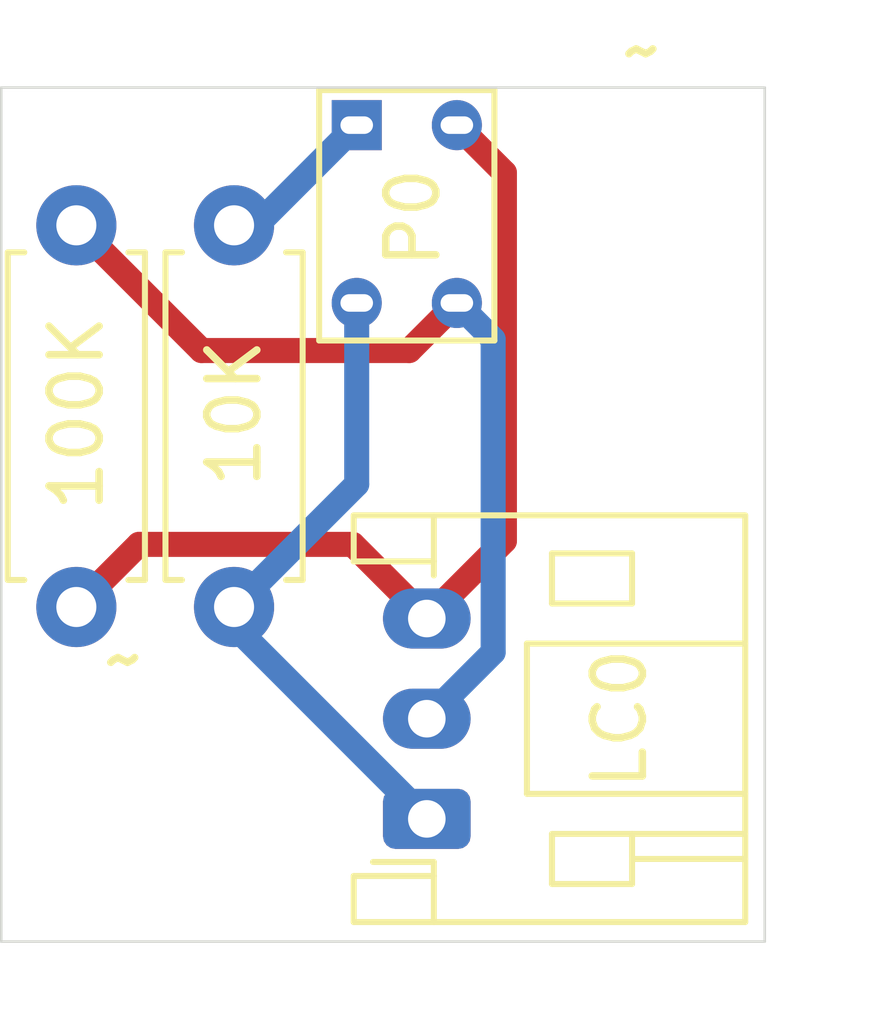
<source format=kicad_pcb>
(kicad_pcb (version 20171130) (host pcbnew "(5.1.10)-1")

  (general
    (thickness 1.6)
    (drawings 4)
    (tracks 18)
    (zones 0)
    (modules 6)
    (nets 5)
  )

  (page A4)
  (layers
    (0 F.Cu signal)
    (31 B.Cu signal)
    (32 B.Adhes user)
    (33 F.Adhes user)
    (34 B.Paste user)
    (35 F.Paste user)
    (36 B.SilkS user)
    (37 F.SilkS user)
    (38 B.Mask user)
    (39 F.Mask user)
    (40 Dwgs.User user)
    (41 Cmts.User user)
    (42 Eco1.User user)
    (43 Eco2.User user)
    (44 Edge.Cuts user)
    (45 Margin user)
    (46 B.CrtYd user)
    (47 F.CrtYd user)
    (48 B.Fab user)
    (49 F.Fab user)
  )

  (setup
    (last_trace_width 0.5)
    (user_trace_width 0.5)
    (trace_clearance 0.2)
    (zone_clearance 0.508)
    (zone_45_only no)
    (trace_min 0.2)
    (via_size 0.8)
    (via_drill 0.4)
    (via_min_size 0.4)
    (via_min_drill 0.3)
    (uvia_size 0.3)
    (uvia_drill 0.1)
    (uvias_allowed no)
    (uvia_min_size 0.2)
    (uvia_min_drill 0.1)
    (edge_width 0.05)
    (segment_width 0.2)
    (pcb_text_width 0.3)
    (pcb_text_size 1.5 1.5)
    (mod_edge_width 0.12)
    (mod_text_size 1 1)
    (mod_text_width 0.15)
    (pad_size 1.524 1.524)
    (pad_drill 0.762)
    (pad_to_mask_clearance 0)
    (aux_axis_origin 141.7 92.45)
    (grid_origin 141.7 92.45)
    (visible_elements 7FFFFFFF)
    (pcbplotparams
      (layerselection 0x010fc_ffffffff)
      (usegerberextensions false)
      (usegerberattributes true)
      (usegerberadvancedattributes true)
      (creategerberjobfile true)
      (excludeedgelayer true)
      (linewidth 0.100000)
      (plotframeref false)
      (viasonmask false)
      (mode 1)
      (useauxorigin false)
      (hpglpennumber 1)
      (hpglpenspeed 20)
      (hpglpendiameter 15.000000)
      (psnegative false)
      (psa4output false)
      (plotreference true)
      (plotvalue true)
      (plotinvisibletext false)
      (padsonsilk false)
      (subtractmaskfromsilk false)
      (outputformat 1)
      (mirror false)
      (drillshape 1)
      (scaleselection 1)
      (outputdirectory ""))
  )

  (net 0 "")
  (net 1 "Net-(LC0-Pad3)")
  (net 2 "Net-(LC0-Pad2)")
  (net 3 "Net-(LC0-Pad1)")
  (net 4 "Net-(P0-Pad1)")

  (net_class Default "This is the default net class."
    (clearance 0.2)
    (trace_width 0.25)
    (via_dia 0.8)
    (via_drill 0.4)
    (uvia_dia 0.3)
    (uvia_drill 0.1)
    (add_net "Net-(LC0-Pad1)")
    (add_net "Net-(LC0-Pad2)")
    (add_net "Net-(LC0-Pad3)")
    (add_net "Net-(P0-Pad1)")
  )

  (module MountingHole:MountingHole_2.2mm_M2 (layer F.Cu) (tedit 56D1B4CB) (tstamp 6104DEB6)
    (at 136.05 107.05)
    (descr "Mounting Hole 2.2mm, no annular, M2")
    (tags "mounting hole 2.2mm no annular m2")
    (solder_mask_margin 1)
    (clearance 1.3)
    (attr virtual)
    (fp_text reference ~ (at 0 -3.2) (layer F.SilkS)
      (effects (font (size 1 1) (thickness 0.15)))
    )
    (fp_text value M2 (at 0 3.2) (layer F.Fab)
      (effects (font (size 1 1) (thickness 0.15)))
    )
    (fp_circle (center 0 0) (end 2.2 0) (layer Cmts.User) (width 0.15))
    (fp_circle (center 0 0) (end 2.45 0) (layer F.CrtYd) (width 0.05))
    (fp_text user %R (at 0.3 0) (layer F.Fab)
      (effects (font (size 1 1) (thickness 0.15)))
    )
    (pad 1 np_thru_hole circle (at 0 0) (size 2.2 2.2) (drill 2.2) (layers *.Cu *.Mask))
  )

  (module MountingHole:MountingHole_2.2mm_M2 (layer F.Cu) (tedit 56D1B4CB) (tstamp 6104E2C6)
    (at 146.4 94.9)
    (descr "Mounting Hole 2.2mm, no annular, M2")
    (tags "mounting hole 2.2mm no annular m2")
    (solder_mask_margin 1)
    (clearance 1.3)
    (attr virtual)
    (fp_text reference ~ (at 0 -3.2) (layer F.SilkS)
      (effects (font (size 1 1) (thickness 0.15)))
    )
    (fp_text value M2 (at 3.6 0) (layer F.Fab)
      (effects (font (size 1 1) (thickness 0.15)))
    )
    (fp_circle (center 0 0) (end 2.2 0) (layer Cmts.User) (width 0.15))
    (fp_circle (center 0 0) (end 2.45 0) (layer F.CrtYd) (width 0.05))
    (fp_text user %R (at 0.3 0) (layer F.Fab)
      (effects (font (size 1 1) (thickness 0.15)))
    )
    (pad 1 np_thru_hole circle (at 0 0) (size 2.2 2.2) (drill 2.2) (layers *.Cu *.Mask))
  )

  (module Connector_JST:JST_PH_S3B-PH-K_1x03_P2.00mm_Horizontal (layer F.Cu) (tedit 5B7745C6) (tstamp 6104E4AD)
    (at 142.1 107.05 90)
    (descr "JST PH series connector, S3B-PH-K (http://www.jst-mfg.com/product/pdf/eng/ePH.pdf), generated with kicad-footprint-generator")
    (tags "connector JST PH top entry")
    (path /6102DF85)
    (fp_text reference LC0 (at 2 3.85 90) (layer F.SilkS)
      (effects (font (size 1 1) (thickness 0.15)))
    )
    (fp_text value Limit_Connector (at 2 7.45 90) (layer F.Fab)
      (effects (font (size 1 1) (thickness 0.15)))
    )
    (fp_line (start 0.5 1.375) (end 0 0.875) (layer F.Fab) (width 0.1))
    (fp_line (start -0.5 1.375) (end 0.5 1.375) (layer F.Fab) (width 0.1))
    (fp_line (start 0 0.875) (end -0.5 1.375) (layer F.Fab) (width 0.1))
    (fp_line (start -0.86 0.14) (end -0.86 -1.075) (layer F.SilkS) (width 0.12))
    (fp_line (start 5.25 0.25) (end -1.25 0.25) (layer F.Fab) (width 0.1))
    (fp_line (start 5.25 -1.35) (end 5.25 0.25) (layer F.Fab) (width 0.1))
    (fp_line (start 5.95 -1.35) (end 5.25 -1.35) (layer F.Fab) (width 0.1))
    (fp_line (start 5.95 6.25) (end 5.95 -1.35) (layer F.Fab) (width 0.1))
    (fp_line (start -1.95 6.25) (end 5.95 6.25) (layer F.Fab) (width 0.1))
    (fp_line (start -1.95 -1.35) (end -1.95 6.25) (layer F.Fab) (width 0.1))
    (fp_line (start -1.25 -1.35) (end -1.95 -1.35) (layer F.Fab) (width 0.1))
    (fp_line (start -1.25 0.25) (end -1.25 -1.35) (layer F.Fab) (width 0.1))
    (fp_line (start 6.45 -1.85) (end -2.45 -1.85) (layer F.CrtYd) (width 0.05))
    (fp_line (start 6.45 6.75) (end 6.45 -1.85) (layer F.CrtYd) (width 0.05))
    (fp_line (start -2.45 6.75) (end 6.45 6.75) (layer F.CrtYd) (width 0.05))
    (fp_line (start -2.45 -1.85) (end -2.45 6.75) (layer F.CrtYd) (width 0.05))
    (fp_line (start -0.8 4.1) (end -0.8 6.36) (layer F.SilkS) (width 0.12))
    (fp_line (start -0.3 4.1) (end -0.3 6.36) (layer F.SilkS) (width 0.12))
    (fp_line (start 4.3 2.5) (end 5.3 2.5) (layer F.SilkS) (width 0.12))
    (fp_line (start 4.3 4.1) (end 4.3 2.5) (layer F.SilkS) (width 0.12))
    (fp_line (start 5.3 4.1) (end 4.3 4.1) (layer F.SilkS) (width 0.12))
    (fp_line (start 5.3 2.5) (end 5.3 4.1) (layer F.SilkS) (width 0.12))
    (fp_line (start -0.3 2.5) (end -1.3 2.5) (layer F.SilkS) (width 0.12))
    (fp_line (start -0.3 4.1) (end -0.3 2.5) (layer F.SilkS) (width 0.12))
    (fp_line (start -1.3 4.1) (end -0.3 4.1) (layer F.SilkS) (width 0.12))
    (fp_line (start -1.3 2.5) (end -1.3 4.1) (layer F.SilkS) (width 0.12))
    (fp_line (start 6.06 0.14) (end 5.14 0.14) (layer F.SilkS) (width 0.12))
    (fp_line (start -2.06 0.14) (end -1.14 0.14) (layer F.SilkS) (width 0.12))
    (fp_line (start 3.5 2) (end 3.5 6.36) (layer F.SilkS) (width 0.12))
    (fp_line (start 0.5 2) (end 3.5 2) (layer F.SilkS) (width 0.12))
    (fp_line (start 0.5 6.36) (end 0.5 2) (layer F.SilkS) (width 0.12))
    (fp_line (start 5.14 0.14) (end 4.86 0.14) (layer F.SilkS) (width 0.12))
    (fp_line (start 5.14 -1.46) (end 5.14 0.14) (layer F.SilkS) (width 0.12))
    (fp_line (start 6.06 -1.46) (end 5.14 -1.46) (layer F.SilkS) (width 0.12))
    (fp_line (start 6.06 6.36) (end 6.06 -1.46) (layer F.SilkS) (width 0.12))
    (fp_line (start -2.06 6.36) (end 6.06 6.36) (layer F.SilkS) (width 0.12))
    (fp_line (start -2.06 -1.46) (end -2.06 6.36) (layer F.SilkS) (width 0.12))
    (fp_line (start -1.14 -1.46) (end -2.06 -1.46) (layer F.SilkS) (width 0.12))
    (fp_line (start -1.14 0.14) (end -1.14 -1.46) (layer F.SilkS) (width 0.12))
    (fp_line (start -0.86 0.14) (end -1.14 0.14) (layer F.SilkS) (width 0.12))
    (fp_text user %R (at 2 2.5 90) (layer F.Fab)
      (effects (font (size 1 1) (thickness 0.15)))
    )
    (pad 3 thru_hole oval (at 4 0 90) (size 1.2 1.75) (drill 0.75) (layers *.Cu *.Mask)
      (net 1 "Net-(LC0-Pad3)"))
    (pad 2 thru_hole oval (at 2 0 90) (size 1.2 1.75) (drill 0.75) (layers *.Cu *.Mask)
      (net 2 "Net-(LC0-Pad2)"))
    (pad 1 thru_hole roundrect (at 0 0 90) (size 1.2 1.75) (drill 0.75) (layers *.Cu *.Mask) (roundrect_rratio 0.208333)
      (net 3 "Net-(LC0-Pad1)"))
    (model ${KISYS3DMOD}/Connector_JST.3dshapes/JST_PH_S3B-PH-K_1x03_P2.00mm_Horizontal.wrl
      (at (xyz 0 0 0))
      (scale (xyz 1 1 1))
      (rotate (xyz 0 0 0))
    )
  )

  (module Resistor_THT:R_Axial_DIN0207_L6.3mm_D2.5mm_P7.62mm_Horizontal (layer F.Cu) (tedit 5AE5139B) (tstamp 6103C508)
    (at 138.25 95.2 270)
    (descr "Resistor, Axial_DIN0207 series, Axial, Horizontal, pin pitch=7.62mm, 0.25W = 1/4W, length*diameter=6.3*2.5mm^2, http://cdn-reichelt.de/documents/datenblatt/B400/1_4W%23YAG.pdf")
    (tags "Resistor Axial_DIN0207 series Axial Horizontal pin pitch 7.62mm 0.25W = 1/4W length 6.3mm diameter 2.5mm")
    (path /610375BD)
    (fp_text reference R1 (at -1.9 0 180) (layer F.SilkS) hide
      (effects (font (size 1 1) (thickness 0.15)))
    )
    (fp_text value 10K (at 3.75 0 90) (layer F.SilkS)
      (effects (font (size 1 1) (thickness 0.15)))
    )
    (fp_line (start 0.66 -1.25) (end 0.66 1.25) (layer F.Fab) (width 0.1))
    (fp_line (start 0.66 1.25) (end 6.96 1.25) (layer F.Fab) (width 0.1))
    (fp_line (start 6.96 1.25) (end 6.96 -1.25) (layer F.Fab) (width 0.1))
    (fp_line (start 6.96 -1.25) (end 0.66 -1.25) (layer F.Fab) (width 0.1))
    (fp_line (start 0 0) (end 0.66 0) (layer F.Fab) (width 0.1))
    (fp_line (start 7.62 0) (end 6.96 0) (layer F.Fab) (width 0.1))
    (fp_line (start 0.54 -1.04) (end 0.54 -1.37) (layer F.SilkS) (width 0.12))
    (fp_line (start 0.54 -1.37) (end 7.08 -1.37) (layer F.SilkS) (width 0.12))
    (fp_line (start 7.08 -1.37) (end 7.08 -1.04) (layer F.SilkS) (width 0.12))
    (fp_line (start 0.54 1.04) (end 0.54 1.37) (layer F.SilkS) (width 0.12))
    (fp_line (start 0.54 1.37) (end 7.08 1.37) (layer F.SilkS) (width 0.12))
    (fp_line (start 7.08 1.37) (end 7.08 1.04) (layer F.SilkS) (width 0.12))
    (fp_line (start -1.05 -1.5) (end -1.05 1.5) (layer F.CrtYd) (width 0.05))
    (fp_line (start -1.05 1.5) (end 8.67 1.5) (layer F.CrtYd) (width 0.05))
    (fp_line (start 8.67 1.5) (end 8.67 -1.5) (layer F.CrtYd) (width 0.05))
    (fp_line (start 8.67 -1.5) (end -1.05 -1.5) (layer F.CrtYd) (width 0.05))
    (fp_text user ~ (at 3.81 0 90) (layer F.Fab)
      (effects (font (size 1 1) (thickness 0.15)))
    )
    (pad 2 thru_hole oval (at 7.62 0 270) (size 1.6 1.6) (drill 0.8) (layers *.Cu *.Mask)
      (net 3 "Net-(LC0-Pad1)"))
    (pad 1 thru_hole circle (at 0 0 270) (size 1.6 1.6) (drill 0.8) (layers *.Cu *.Mask)
      (net 4 "Net-(P0-Pad1)"))
    (model ${KISYS3DMOD}/Resistor_THT.3dshapes/R_Axial_DIN0207_L6.3mm_D2.5mm_P7.62mm_Horizontal.wrl
      (at (xyz 0 0 0))
      (scale (xyz 1 1 1))
      (rotate (xyz 0 0 0))
    )
  )

  (module Resistor_THT:R_Axial_DIN0207_L6.3mm_D2.5mm_P7.62mm_Horizontal (layer F.Cu) (tedit 5AE5139B) (tstamp 6103C4F1)
    (at 135.1 95.2 270)
    (descr "Resistor, Axial_DIN0207 series, Axial, Horizontal, pin pitch=7.62mm, 0.25W = 1/4W, length*diameter=6.3*2.5mm^2, http://cdn-reichelt.de/documents/datenblatt/B400/1_4W%23YAG.pdf")
    (tags "Resistor Axial_DIN0207 series Axial Horizontal pin pitch 7.62mm 0.25W = 1/4W length 6.3mm diameter 2.5mm")
    (path /61036183)
    (fp_text reference R0 (at -1.9 0 180) (layer F.SilkS) hide
      (effects (font (size 1 1) (thickness 0.15)))
    )
    (fp_text value 100K (at 3.75 0 90) (layer F.SilkS)
      (effects (font (size 1 1) (thickness 0.15)))
    )
    (fp_line (start 0.66 -1.25) (end 0.66 1.25) (layer F.Fab) (width 0.1))
    (fp_line (start 0.66 1.25) (end 6.96 1.25) (layer F.Fab) (width 0.1))
    (fp_line (start 6.96 1.25) (end 6.96 -1.25) (layer F.Fab) (width 0.1))
    (fp_line (start 6.96 -1.25) (end 0.66 -1.25) (layer F.Fab) (width 0.1))
    (fp_line (start 0 0) (end 0.66 0) (layer F.Fab) (width 0.1))
    (fp_line (start 7.62 0) (end 6.96 0) (layer F.Fab) (width 0.1))
    (fp_line (start 0.54 -1.04) (end 0.54 -1.37) (layer F.SilkS) (width 0.12))
    (fp_line (start 0.54 -1.37) (end 7.08 -1.37) (layer F.SilkS) (width 0.12))
    (fp_line (start 7.08 -1.37) (end 7.08 -1.04) (layer F.SilkS) (width 0.12))
    (fp_line (start 0.54 1.04) (end 0.54 1.37) (layer F.SilkS) (width 0.12))
    (fp_line (start 0.54 1.37) (end 7.08 1.37) (layer F.SilkS) (width 0.12))
    (fp_line (start 7.08 1.37) (end 7.08 1.04) (layer F.SilkS) (width 0.12))
    (fp_line (start -1.05 -1.5) (end -1.05 1.5) (layer F.CrtYd) (width 0.05))
    (fp_line (start -1.05 1.5) (end 8.67 1.5) (layer F.CrtYd) (width 0.05))
    (fp_line (start 8.67 1.5) (end 8.67 -1.5) (layer F.CrtYd) (width 0.05))
    (fp_line (start 8.67 -1.5) (end -1.05 -1.5) (layer F.CrtYd) (width 0.05))
    (fp_text user ~ (at 3.81 -0.05 90) (layer F.Fab)
      (effects (font (size 1 1) (thickness 0.15)))
    )
    (pad 2 thru_hole oval (at 7.62 0 270) (size 1.6 1.6) (drill 0.8) (layers *.Cu *.Mask)
      (net 1 "Net-(LC0-Pad3)"))
    (pad 1 thru_hole circle (at 0 0 270) (size 1.6 1.6) (drill 0.8) (layers *.Cu *.Mask)
      (net 2 "Net-(LC0-Pad2)"))
    (model ${KISYS3DMOD}/Resistor_THT.3dshapes/R_Axial_DIN0207_L6.3mm_D2.5mm_P7.62mm_Horizontal.wrl
      (at (xyz 0 0 0))
      (scale (xyz 1 1 1))
      (rotate (xyz 0 0 0))
    )
  )

  (module limit:GP1S093HCZ0F (layer F.Cu) (tedit 61035BBC) (tstamp 6103C4DA)
    (at 141.7 95 90)
    (path /6102D8FC)
    (fp_text reference P0 (at -0.05 0.125 90) (layer F.SilkS)
      (effects (font (size 1 1) (thickness 0.15)))
    )
    (fp_text value GP1S093HCZ0F (at 3.45 0.075 180) (layer F.Fab)
      (effects (font (size 1 1) (thickness 0.15)))
    )
    (fp_line (start -2.5 -1.75) (end -2.5 1.75) (layer F.SilkS) (width 0.12))
    (fp_line (start -2.5 1.75) (end 2.5 1.75) (layer F.SilkS) (width 0.12))
    (fp_line (start 2.5 1.75) (end 2.5 -1.75) (layer F.SilkS) (width 0.12))
    (fp_line (start 2.5 -1.75) (end -2.5 -1.75) (layer F.SilkS) (width 0.12))
    (pad 1 thru_hole rect (at 1.8 -1 90) (size 1 1) (drill oval 0.35 0.65) (layers *.Cu *.Mask)
      (net 4 "Net-(P0-Pad1)"))
    (pad 2 thru_hole circle (at -1.75 -1 90) (size 1 1) (drill oval 0.35 0.65) (layers *.Cu *.Mask)
      (net 3 "Net-(LC0-Pad1)"))
    (pad 3 thru_hole circle (at -1.75 1 90) (size 1 1) (drill oval 0.35 0.65) (layers *.Cu *.Mask)
      (net 2 "Net-(LC0-Pad2)"))
    (pad 4 thru_hole circle (at 1.8 1 90) (size 1 1) (drill oval 0.35 0.65) (layers *.Cu *.Mask)
      (net 1 "Net-(LC0-Pad3)"))
    (model ${KIPRJMOD}/limit.pretty/GP1S093HCZ0F.step
      (offset (xyz 0 0 2.5))
      (scale (xyz 1 1 1))
      (rotate (xyz -90 0 0))
    )
  )

  (gr_line (start 133.6 109.5) (end 133.6 92.45) (layer Edge.Cuts) (width 0.05))
  (gr_line (start 148.85 109.5) (end 133.6 109.5) (layer Edge.Cuts) (width 0.05))
  (gr_line (start 148.85 92.45) (end 148.85 109.5) (layer Edge.Cuts) (width 0.05))
  (gr_line (start 133.6 92.45) (end 148.85 92.45) (layer Edge.Cuts) (width 0.05))

  (segment (start 143.650001 101.499999) (end 142.1 103.05) (width 0.5) (layer F.Cu) (net 1))
  (segment (start 143.650001 94.150001) (end 143.650001 101.499999) (width 0.5) (layer F.Cu) (net 1))
  (segment (start 142.7 93.2) (end 143.650001 94.150001) (width 0.5) (layer F.Cu) (net 1))
  (segment (start 140.619999 101.569999) (end 142.1 103.05) (width 0.5) (layer F.Cu) (net 1))
  (segment (start 136.350001 101.569999) (end 140.619999 101.569999) (width 0.5) (layer F.Cu) (net 1))
  (segment (start 135.1 102.82) (end 136.350001 101.569999) (width 0.5) (layer F.Cu) (net 1))
  (segment (start 143.42501 97.47501) (end 142.7 96.75) (width 0.5) (layer B.Cu) (net 2))
  (segment (start 143.42501 103.72499) (end 143.42501 97.47501) (width 0.5) (layer B.Cu) (net 2))
  (segment (start 142.1 105.05) (end 143.42501 103.72499) (width 0.5) (layer B.Cu) (net 2))
  (segment (start 141.749999 97.700001) (end 142.7 96.75) (width 0.5) (layer F.Cu) (net 2))
  (segment (start 137.600001 97.700001) (end 141.749999 97.700001) (width 0.5) (layer F.Cu) (net 2))
  (segment (start 135.1 95.2) (end 137.600001 97.700001) (width 0.5) (layer F.Cu) (net 2))
  (segment (start 140.7 100.37) (end 138.25 102.82) (width 0.5) (layer B.Cu) (net 3))
  (segment (start 140.7 96.75) (end 140.7 100.37) (width 0.5) (layer B.Cu) (net 3))
  (segment (start 138.25 103.2) (end 142.1 107.05) (width 0.5) (layer B.Cu) (net 3))
  (segment (start 138.25 102.82) (end 138.25 103.2) (width 0.5) (layer B.Cu) (net 3))
  (segment (start 138.7 95.2) (end 140.7 93.2) (width 0.5) (layer B.Cu) (net 4))
  (segment (start 138.25 95.2) (end 138.7 95.2) (width 0.5) (layer B.Cu) (net 4))

)

</source>
